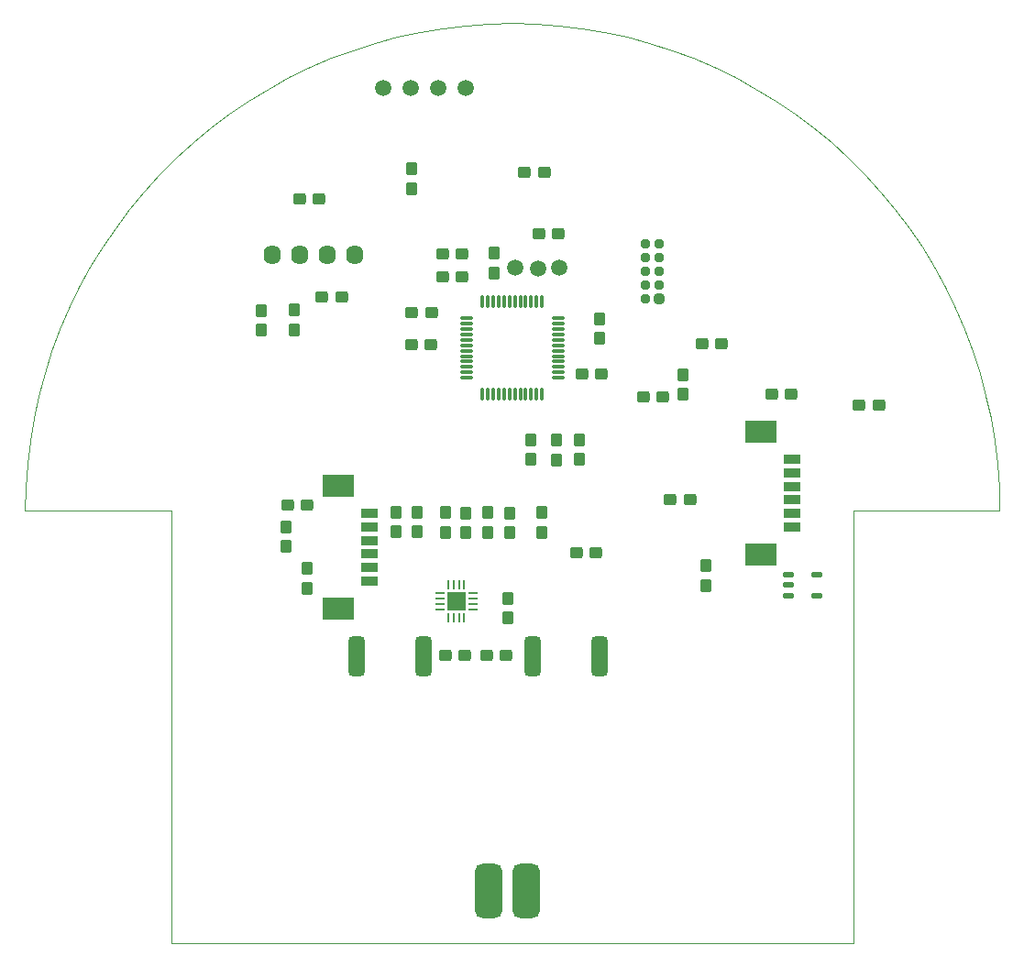
<source format=gtl>
%FSLAX25Y25*%
%MOIN*%
G70*
G01*
G75*
G04 Layer_Physical_Order=1*
G04 Layer_Color=255*
G04:AMPARAMS|DCode=10|XSize=21.65mil|YSize=39.37mil|CornerRadius=5.41mil|HoleSize=0mil|Usage=FLASHONLY|Rotation=270.000|XOffset=0mil|YOffset=0mil|HoleType=Round|Shape=RoundedRectangle|*
%AMROUNDEDRECTD10*
21,1,0.02165,0.02854,0,0,270.0*
21,1,0.01083,0.03937,0,0,270.0*
1,1,0.01083,-0.01427,-0.00541*
1,1,0.01083,-0.01427,0.00541*
1,1,0.01083,0.01427,0.00541*
1,1,0.01083,0.01427,-0.00541*
%
%ADD10ROUNDEDRECTD10*%
G04:AMPARAMS|DCode=11|XSize=41.34mil|YSize=47.24mil|CornerRadius=10.34mil|HoleSize=0mil|Usage=FLASHONLY|Rotation=270.000|XOffset=0mil|YOffset=0mil|HoleType=Round|Shape=RoundedRectangle|*
%AMROUNDEDRECTD11*
21,1,0.04134,0.02658,0,0,270.0*
21,1,0.02067,0.04724,0,0,270.0*
1,1,0.02067,-0.01329,-0.01034*
1,1,0.02067,-0.01329,0.01034*
1,1,0.02067,0.01329,0.01034*
1,1,0.02067,0.01329,-0.01034*
%
%ADD11ROUNDEDRECTD11*%
%ADD12R,0.11811X0.08268*%
%ADD13R,0.06299X0.03189*%
G04:AMPARAMS|DCode=14|XSize=41.34mil|YSize=47.24mil|CornerRadius=10.34mil|HoleSize=0mil|Usage=FLASHONLY|Rotation=0.000|XOffset=0mil|YOffset=0mil|HoleType=Round|Shape=RoundedRectangle|*
%AMROUNDEDRECTD14*
21,1,0.04134,0.02658,0,0,0.0*
21,1,0.02067,0.04724,0,0,0.0*
1,1,0.02067,0.01034,-0.01329*
1,1,0.02067,-0.01034,-0.01329*
1,1,0.02067,-0.01034,0.01329*
1,1,0.02067,0.01034,0.01329*
%
%ADD14ROUNDEDRECTD14*%
%ADD15O,0.03543X0.00984*%
%ADD16O,0.00984X0.03543*%
%ADD17R,0.07087X0.07087*%
G04:AMPARAMS|DCode=18|XSize=145.67mil|YSize=59.06mil|CornerRadius=14.76mil|HoleSize=0mil|Usage=FLASHONLY|Rotation=90.000|XOffset=0mil|YOffset=0mil|HoleType=Round|Shape=RoundedRectangle|*
%AMROUNDEDRECTD18*
21,1,0.14567,0.02953,0,0,90.0*
21,1,0.11614,0.05906,0,0,90.0*
1,1,0.02953,0.01476,0.05807*
1,1,0.02953,0.01476,-0.05807*
1,1,0.02953,-0.01476,-0.05807*
1,1,0.02953,-0.01476,0.05807*
%
%ADD18ROUNDEDRECTD18*%
G04:AMPARAMS|DCode=19|XSize=11.81mil|YSize=47.24mil|CornerRadius=2.95mil|HoleSize=0mil|Usage=FLASHONLY|Rotation=180.000|XOffset=0mil|YOffset=0mil|HoleType=Round|Shape=RoundedRectangle|*
%AMROUNDEDRECTD19*
21,1,0.01181,0.04134,0,0,180.0*
21,1,0.00591,0.04724,0,0,180.0*
1,1,0.00591,-0.00295,0.02067*
1,1,0.00591,0.00295,0.02067*
1,1,0.00591,0.00295,-0.02067*
1,1,0.00591,-0.00295,-0.02067*
%
%ADD19ROUNDEDRECTD19*%
G04:AMPARAMS|DCode=20|XSize=11.81mil|YSize=47.24mil|CornerRadius=2.95mil|HoleSize=0mil|Usage=FLASHONLY|Rotation=90.000|XOffset=0mil|YOffset=0mil|HoleType=Round|Shape=RoundedRectangle|*
%AMROUNDEDRECTD20*
21,1,0.01181,0.04134,0,0,90.0*
21,1,0.00591,0.04724,0,0,90.0*
1,1,0.00591,0.02067,0.00295*
1,1,0.00591,0.02067,-0.00295*
1,1,0.00591,-0.02067,-0.00295*
1,1,0.00591,-0.02067,0.00295*
%
%ADD20ROUNDEDRECTD20*%
%ADD21C,0.05906*%
G04:AMPARAMS|DCode=22|XSize=98.43mil|YSize=196.85mil|CornerRadius=24.61mil|HoleSize=0mil|Usage=FLASHONLY|Rotation=0.000|XOffset=0mil|YOffset=0mil|HoleType=Round|Shape=RoundedRectangle|*
%AMROUNDEDRECTD22*
21,1,0.09843,0.14764,0,0,0.0*
21,1,0.04921,0.19685,0,0,0.0*
1,1,0.04921,0.02461,-0.07382*
1,1,0.04921,-0.02461,-0.07382*
1,1,0.04921,-0.02461,0.07382*
1,1,0.04921,0.02461,0.07382*
%
%ADD22ROUNDEDRECTD22*%
%ADD23C,0.00394*%
%ADD24O,0.06299X0.07087*%
%ADD25C,0.03740*%
G04:AMPARAMS|DCode=26|XSize=37.4mil|YSize=37.4mil|CornerRadius=9.35mil|HoleSize=0mil|Usage=FLASHONLY|Rotation=90.000|XOffset=0mil|YOffset=0mil|HoleType=Round|Shape=RoundedRectangle|*
%AMROUNDEDRECTD26*
21,1,0.03740,0.01870,0,0,90.0*
21,1,0.01870,0.03740,0,0,90.0*
1,1,0.01870,0.00935,0.00935*
1,1,0.01870,0.00935,-0.00935*
1,1,0.01870,-0.00935,-0.00935*
1,1,0.01870,-0.00935,0.00935*
%
%ADD26ROUNDEDRECTD26*%
%ADD27C,0.01969*%
D10*
X100295Y134055D02*
D03*
Y130315D02*
D03*
Y126575D02*
D03*
X110925D02*
D03*
Y134055D02*
D03*
D11*
X68996Y218209D02*
D03*
X76083D02*
D03*
X30413Y142126D02*
D03*
X23327D02*
D03*
X64665Y161319D02*
D03*
X57579D02*
D03*
X-74508Y159449D02*
D03*
X-81595D02*
D03*
X133268Y195768D02*
D03*
X126181D02*
D03*
X94488Y199803D02*
D03*
X101575D02*
D03*
X-24311Y104921D02*
D03*
X-17224D02*
D03*
X-9154Y104823D02*
D03*
X-2067D02*
D03*
X32382Y206988D02*
D03*
X25295D02*
D03*
X54921Y198622D02*
D03*
X47835D02*
D03*
X-25197Y242323D02*
D03*
X-18110D02*
D03*
X-29528Y217618D02*
D03*
X-36614D02*
D03*
X-36417Y229528D02*
D03*
X-29331D02*
D03*
X9843Y258169D02*
D03*
X16929D02*
D03*
X-18110Y250689D02*
D03*
X-25197D02*
D03*
X-69095Y235039D02*
D03*
X-62008D02*
D03*
X4528Y280413D02*
D03*
X11614D02*
D03*
X-77165Y270669D02*
D03*
X-70079D02*
D03*
D12*
X90433Y141437D02*
D03*
Y186122D02*
D03*
X-63209Y121752D02*
D03*
Y166437D02*
D03*
D13*
X101850Y161319D02*
D03*
Y171161D02*
D03*
Y176083D02*
D03*
Y166240D02*
D03*
Y156398D02*
D03*
Y151476D02*
D03*
X-51791Y141634D02*
D03*
Y151476D02*
D03*
Y156398D02*
D03*
Y146555D02*
D03*
Y136713D02*
D03*
Y131791D02*
D03*
D14*
X-74705Y129232D02*
D03*
Y136319D02*
D03*
X-82185Y144390D02*
D03*
Y151476D02*
D03*
X-8858Y156595D02*
D03*
Y149508D02*
D03*
X24508Y175984D02*
D03*
Y183071D02*
D03*
X-984Y149409D02*
D03*
Y156496D02*
D03*
X70571Y137303D02*
D03*
Y130217D02*
D03*
X-79134Y223228D02*
D03*
Y230315D02*
D03*
X10827Y149508D02*
D03*
Y156595D02*
D03*
X-91142Y230217D02*
D03*
Y223130D02*
D03*
X-1575Y125492D02*
D03*
Y118405D02*
D03*
X31791Y227067D02*
D03*
Y219980D02*
D03*
X62205Y206693D02*
D03*
Y199606D02*
D03*
X-42224Y156890D02*
D03*
Y149803D02*
D03*
X-24213Y156595D02*
D03*
Y149508D02*
D03*
X-34646Y156890D02*
D03*
Y149803D02*
D03*
X-16890Y156496D02*
D03*
Y149409D02*
D03*
X6890Y183071D02*
D03*
Y175984D02*
D03*
X16043Y182972D02*
D03*
Y175886D02*
D03*
X-6693Y243898D02*
D03*
Y250984D02*
D03*
X-36713Y281594D02*
D03*
Y274508D02*
D03*
D15*
X-26378Y127461D02*
D03*
Y125492D02*
D03*
Y123524D02*
D03*
Y121555D02*
D03*
X-14370D02*
D03*
Y123524D02*
D03*
Y125492D02*
D03*
Y127461D02*
D03*
D16*
X-23327Y118504D02*
D03*
X-21358D02*
D03*
X-19390D02*
D03*
X-17421D02*
D03*
Y130512D02*
D03*
X-19390D02*
D03*
X-21358D02*
D03*
X-23327D02*
D03*
D17*
X-20374Y124508D02*
D03*
D18*
X-56693Y104528D02*
D03*
X-32087D02*
D03*
X7283D02*
D03*
X31890D02*
D03*
D19*
X-984Y233268D02*
D03*
X-10827Y199803D02*
D03*
X-8858D02*
D03*
X-6890D02*
D03*
X-4921D02*
D03*
X-2953D02*
D03*
X-984D02*
D03*
X984D02*
D03*
X2953D02*
D03*
X4921D02*
D03*
X6890D02*
D03*
X8858D02*
D03*
X10827D02*
D03*
Y233268D02*
D03*
X8858D02*
D03*
X6890D02*
D03*
X4921D02*
D03*
X2953D02*
D03*
X984D02*
D03*
X-2953D02*
D03*
X-4921D02*
D03*
X-6890D02*
D03*
X-8858D02*
D03*
X-10827D02*
D03*
D20*
X16732Y211614D02*
D03*
Y215551D02*
D03*
X-16732Y227362D02*
D03*
Y225394D02*
D03*
Y223425D02*
D03*
Y221457D02*
D03*
Y219488D02*
D03*
Y217520D02*
D03*
Y215551D02*
D03*
Y213583D02*
D03*
Y211614D02*
D03*
Y209646D02*
D03*
Y207677D02*
D03*
Y205709D02*
D03*
X16732D02*
D03*
Y207677D02*
D03*
Y209646D02*
D03*
Y213583D02*
D03*
Y217520D02*
D03*
Y219488D02*
D03*
Y221457D02*
D03*
Y223425D02*
D03*
Y225394D02*
D03*
Y227362D02*
D03*
D21*
X1083Y245768D02*
D03*
X9301Y245571D02*
D03*
X17224Y245768D02*
D03*
X-16890Y311221D02*
D03*
X-26890D02*
D03*
X-36890D02*
D03*
X-46890D02*
D03*
X3228Y19193D02*
D03*
X-6772D02*
D03*
D22*
X5118D02*
D03*
X-8661D02*
D03*
D23*
X124016Y157480D02*
X177165Y157480D01*
X124016Y0D02*
Y157480D01*
X-124016Y-0D02*
X124016Y0D01*
X-124016Y-0D02*
Y157480D01*
X-177165Y157480D02*
X-124016Y157480D01*
X-177165Y157480D02*
X-176965Y165910D01*
X-176363Y174321D01*
X-175362Y182694D01*
X-173964Y191009D01*
X-172171Y199249D01*
X-169989Y207394D01*
X-167421Y215425D01*
X-164475Y223326D01*
X-161155Y231077D01*
X-157471Y238662D01*
X-153430Y246063D01*
X-149041Y253263D01*
X-144315Y260246D01*
X-139261Y266997D01*
X-133893Y273499D01*
X-128221Y279738D01*
X-122258Y285701D01*
X-116019Y291373D01*
X-109517Y296742D01*
X-102766Y301795D01*
X-95783Y306521D01*
X-88583Y310910D01*
X-81182Y314951D01*
X-73597Y318636D01*
X-65846Y321955D01*
X-57945Y324902D01*
X-49913Y327469D01*
X-41768Y329652D01*
X-33529Y331444D01*
X-25213Y332842D01*
X-16841Y333843D01*
X-8430Y334445D01*
X-0Y334646D01*
X8430Y334445D01*
X16841Y333843D01*
X25213Y332842D01*
X33529Y331444D01*
X41768Y329652D01*
X49913Y327469D01*
X57945Y324902D01*
X65846Y321955D01*
X73597Y318636D01*
X81182Y314951D01*
X88583Y310910D01*
X95783Y306521D01*
X102766Y301795D01*
X109516Y296742D01*
X116019Y291373D01*
X122258Y285701D01*
X128220Y279738D01*
X133893Y273499D01*
X139261Y266997D01*
X144315Y260246D01*
X149041Y253263D01*
X153430Y246063D01*
X157471Y238662D01*
X161155Y231078D01*
X164474Y223326D01*
X167421Y215425D01*
X169989Y207394D01*
X172171Y199249D01*
X173964Y191009D01*
X175362Y182694D01*
X176363Y174321D01*
X176965Y165910D01*
X177165Y157480D01*
D24*
X-77146Y250492D02*
D03*
X-87146D02*
D03*
X-67146D02*
D03*
X-57146D02*
D03*
D25*
X48386Y254390D02*
D03*
Y249390D02*
D03*
X53386Y254390D02*
D03*
Y249390D02*
D03*
X48386Y244390D02*
D03*
Y239390D02*
D03*
X53386Y244390D02*
D03*
Y239390D02*
D03*
X48386Y234390D02*
D03*
D26*
X53386D02*
D03*
D27*
X-22539Y126673D02*
D03*
X-18209D02*
D03*
X-22539Y122343D02*
D03*
X-18209D02*
D03*
M02*

</source>
